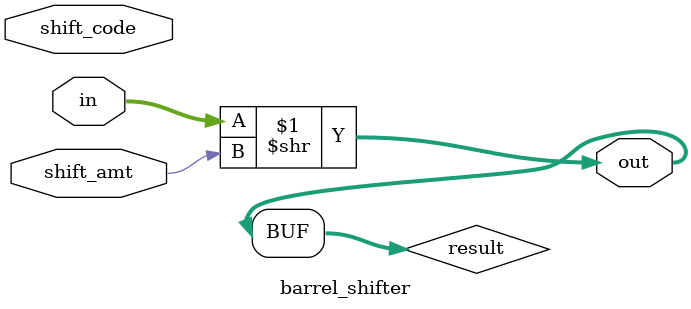
<source format=v>
module barrel_shifter(
    input [31:0] in, 
    input shift_amt,
    input [1:0] shift_code, 
    output [31:0] out
);
// TODO: Is this thing functional...
//if i want to incorporate more types of shifts, structure like alu

assign out = in >> shift_amt;

reg [31:0] result;
assign out = result;

//I'm sort of worried abt the cases not being complete...
//adder 

endmodule
</source>
